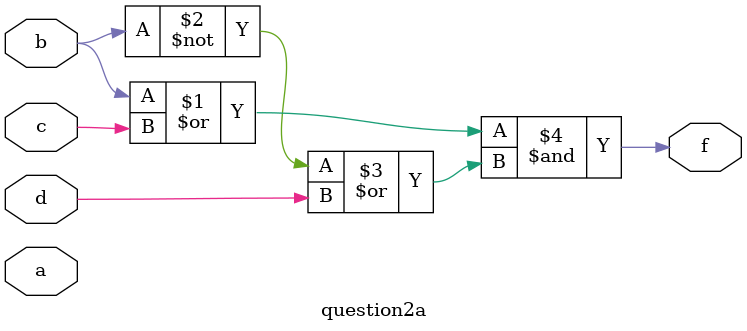
<source format=v>
module question2a (a,b,c,d,f);

input a,b,c,d;
output f;

assign f = (b | c) & (~b | d);

endmodule

</source>
